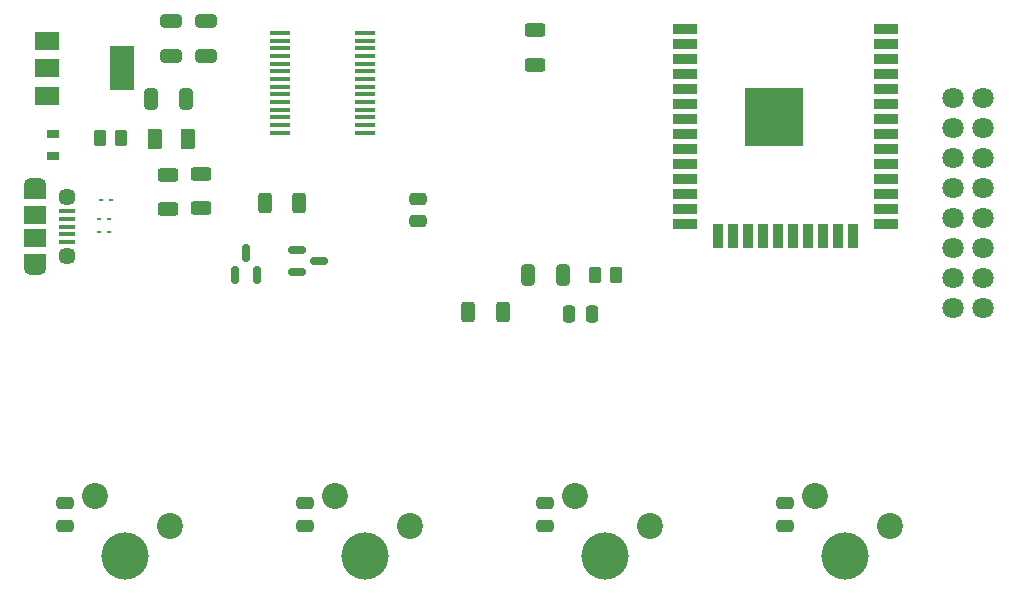
<source format=gts>
G04 #@! TF.GenerationSoftware,KiCad,Pcbnew,(6.0.7)*
G04 #@! TF.CreationDate,2022-09-30T23:13:53-04:00*
G04 #@! TF.ProjectId,SH_controller_p,53485f63-6f6e-4747-926f-6c6c65725f70,rev?*
G04 #@! TF.SameCoordinates,Original*
G04 #@! TF.FileFunction,Soldermask,Top*
G04 #@! TF.FilePolarity,Negative*
%FSLAX46Y46*%
G04 Gerber Fmt 4.6, Leading zero omitted, Abs format (unit mm)*
G04 Created by KiCad (PCBNEW (6.0.7)) date 2022-09-30 23:13:53*
%MOMM*%
%LPD*%
G01*
G04 APERTURE LIST*
G04 Aperture macros list*
%AMRoundRect*
0 Rectangle with rounded corners*
0 $1 Rounding radius*
0 $2 $3 $4 $5 $6 $7 $8 $9 X,Y pos of 4 corners*
0 Add a 4 corners polygon primitive as box body*
4,1,4,$2,$3,$4,$5,$6,$7,$8,$9,$2,$3,0*
0 Add four circle primitives for the rounded corners*
1,1,$1+$1,$2,$3*
1,1,$1+$1,$4,$5*
1,1,$1+$1,$6,$7*
1,1,$1+$1,$8,$9*
0 Add four rect primitives between the rounded corners*
20,1,$1+$1,$2,$3,$4,$5,0*
20,1,$1+$1,$4,$5,$6,$7,0*
20,1,$1+$1,$6,$7,$8,$9,0*
20,1,$1+$1,$8,$9,$2,$3,0*%
G04 Aperture macros list end*
%ADD10R,2.000000X0.900000*%
%ADD11R,0.900000X2.000000*%
%ADD12R,5.000000X5.000000*%
%ADD13RoundRect,0.250000X-0.262500X-0.450000X0.262500X-0.450000X0.262500X0.450000X-0.262500X0.450000X0*%
%ADD14C,1.800000*%
%ADD15R,0.360000X0.250000*%
%ADD16RoundRect,0.250000X-0.475000X0.250000X-0.475000X-0.250000X0.475000X-0.250000X0.475000X0.250000X0*%
%ADD17R,1.000000X0.800000*%
%ADD18RoundRect,0.250000X-0.312500X-0.625000X0.312500X-0.625000X0.312500X0.625000X-0.312500X0.625000X0*%
%ADD19R,2.000000X1.500000*%
%ADD20R,2.000000X3.800000*%
%ADD21RoundRect,0.250000X0.375000X0.625000X-0.375000X0.625000X-0.375000X-0.625000X0.375000X-0.625000X0*%
%ADD22RoundRect,0.250000X0.650000X-0.325000X0.650000X0.325000X-0.650000X0.325000X-0.650000X-0.325000X0*%
%ADD23RoundRect,0.250000X0.475000X-0.250000X0.475000X0.250000X-0.475000X0.250000X-0.475000X-0.250000X0*%
%ADD24RoundRect,0.250000X-0.625000X0.312500X-0.625000X-0.312500X0.625000X-0.312500X0.625000X0.312500X0*%
%ADD25RoundRect,0.150000X-0.587500X-0.150000X0.587500X-0.150000X0.587500X0.150000X-0.587500X0.150000X0*%
%ADD26RoundRect,0.150000X0.150000X-0.587500X0.150000X0.587500X-0.150000X0.587500X-0.150000X-0.587500X0*%
%ADD27R,1.750000X0.450000*%
%ADD28RoundRect,0.250000X-0.325000X-0.650000X0.325000X-0.650000X0.325000X0.650000X-0.325000X0.650000X0*%
%ADD29RoundRect,0.250000X0.625000X-0.312500X0.625000X0.312500X-0.625000X0.312500X-0.625000X-0.312500X0*%
%ADD30R,1.350000X0.400000*%
%ADD31C,1.450000*%
%ADD32O,1.900000X1.200000*%
%ADD33R,1.900000X1.500000*%
%ADD34R,1.900000X1.200000*%
%ADD35RoundRect,0.250000X0.250000X0.475000X-0.250000X0.475000X-0.250000X-0.475000X0.250000X-0.475000X0*%
%ADD36C,4.000000*%
%ADD37C,2.200000*%
G04 APERTURE END LIST*
D10*
X131210000Y-40140000D03*
X131210000Y-41410000D03*
X131210000Y-42680000D03*
X131210000Y-43950000D03*
X131210000Y-45220000D03*
X131210000Y-46490000D03*
X131210000Y-47760000D03*
X131210000Y-49030000D03*
X131210000Y-50300000D03*
X131210000Y-51570000D03*
X131210000Y-52840000D03*
X131210000Y-54110000D03*
X131210000Y-55380000D03*
X131210000Y-56650000D03*
D11*
X133995000Y-57650000D03*
X135265000Y-57650000D03*
X136535000Y-57650000D03*
X137805000Y-57650000D03*
X139075000Y-57650000D03*
X140345000Y-57650000D03*
X141615000Y-57650000D03*
X142885000Y-57650000D03*
X144155000Y-57650000D03*
X145425000Y-57650000D03*
D10*
X148210000Y-56650000D03*
X148210000Y-55380000D03*
X148210000Y-54110000D03*
X148210000Y-52840000D03*
X148210000Y-51570000D03*
X148210000Y-50300000D03*
X148210000Y-49030000D03*
X148210000Y-47760000D03*
X148210000Y-46490000D03*
X148210000Y-45220000D03*
X148210000Y-43950000D03*
X148210000Y-42680000D03*
X148210000Y-41410000D03*
X148210000Y-40140000D03*
D12*
X138710000Y-47640000D03*
D13*
X123547500Y-60960000D03*
X125372500Y-60960000D03*
D14*
X153845000Y-63755000D03*
X156385000Y-63755000D03*
X153845000Y-61215000D03*
X156425000Y-61215000D03*
X153845000Y-58675000D03*
X156425000Y-58675000D03*
X153845000Y-56135000D03*
X156385000Y-56135000D03*
X153845000Y-53595000D03*
X156425000Y-53595000D03*
X153845000Y-51055000D03*
X156425000Y-51055000D03*
X153845000Y-48515000D03*
X156385000Y-48515000D03*
X153845000Y-45975000D03*
X156385000Y-45975000D03*
D15*
X81732500Y-54670000D03*
X82572500Y-54670000D03*
D16*
X139700000Y-80330000D03*
X139700000Y-82230000D03*
D17*
X77700000Y-49050000D03*
X77700000Y-50950000D03*
D18*
X95617500Y-54930000D03*
X98542500Y-54930000D03*
D19*
X77190000Y-41190000D03*
X77190000Y-43490000D03*
D20*
X83490000Y-43490000D03*
D19*
X77190000Y-45790000D03*
D16*
X99060000Y-80330000D03*
X99060000Y-82230000D03*
X119380000Y-80330000D03*
X119380000Y-82230000D03*
D21*
X89140000Y-49510000D03*
X86340000Y-49510000D03*
D18*
X112837500Y-64130000D03*
X115762500Y-64130000D03*
D22*
X87650000Y-42465000D03*
X87650000Y-39515000D03*
D23*
X108630000Y-56430000D03*
X108630000Y-54530000D03*
D24*
X87430000Y-52487500D03*
X87430000Y-55412500D03*
D25*
X98342500Y-58840000D03*
X98342500Y-60740000D03*
X100217500Y-59790000D03*
D13*
X81647500Y-49410000D03*
X83472500Y-49410000D03*
D26*
X93090000Y-60977500D03*
X94990000Y-60977500D03*
X94040000Y-59102500D03*
D15*
X82440000Y-57310000D03*
X81600000Y-57310000D03*
D16*
X78740000Y-80330000D03*
X78740000Y-82230000D03*
D27*
X96880000Y-40495000D03*
X96880000Y-41145000D03*
X96880000Y-41795000D03*
X96880000Y-42445000D03*
X96880000Y-43095000D03*
X96880000Y-43745000D03*
X96880000Y-44395000D03*
X96880000Y-45045000D03*
X96880000Y-45695000D03*
X96880000Y-46345000D03*
X96880000Y-46995000D03*
X96880000Y-47645000D03*
X96880000Y-48295000D03*
X96880000Y-48945000D03*
X104080000Y-48945000D03*
X104080000Y-48295000D03*
X104080000Y-47645000D03*
X104080000Y-46995000D03*
X104080000Y-46345000D03*
X104080000Y-45695000D03*
X104080000Y-45045000D03*
X104080000Y-44395000D03*
X104080000Y-43745000D03*
X104080000Y-43095000D03*
X104080000Y-42445000D03*
X104080000Y-41795000D03*
X104080000Y-41145000D03*
X104080000Y-40495000D03*
D28*
X85955000Y-46060000D03*
X88905000Y-46060000D03*
D29*
X90230000Y-55352500D03*
X90230000Y-52427500D03*
D30*
X78900000Y-55580000D03*
X78900000Y-56230000D03*
X78900000Y-56880000D03*
X78900000Y-57530000D03*
X78900000Y-58180000D03*
D31*
X78900000Y-59380000D03*
D32*
X76200000Y-53380000D03*
D31*
X78900000Y-54380000D03*
D33*
X76200000Y-57880000D03*
D34*
X76200000Y-59780000D03*
X76200000Y-53980000D03*
D33*
X76200000Y-55880000D03*
D32*
X76200000Y-60380000D03*
D24*
X118520000Y-40247500D03*
X118520000Y-43172500D03*
D15*
X82457500Y-56220000D03*
X81617500Y-56220000D03*
D22*
X90610000Y-42445000D03*
X90610000Y-39495000D03*
D28*
X117905000Y-60960000D03*
X120855000Y-60960000D03*
D35*
X123280000Y-64300000D03*
X121380000Y-64300000D03*
D36*
X104140000Y-84795000D03*
D37*
X101600000Y-79715000D03*
X107950000Y-82255000D03*
D36*
X83820000Y-84795000D03*
D37*
X81280000Y-79715000D03*
X87630000Y-82255000D03*
D36*
X124460000Y-84795000D03*
D37*
X121920000Y-79715000D03*
X128270000Y-82255000D03*
D36*
X144780000Y-84795000D03*
D37*
X142240000Y-79715000D03*
X148590000Y-82255000D03*
M02*

</source>
